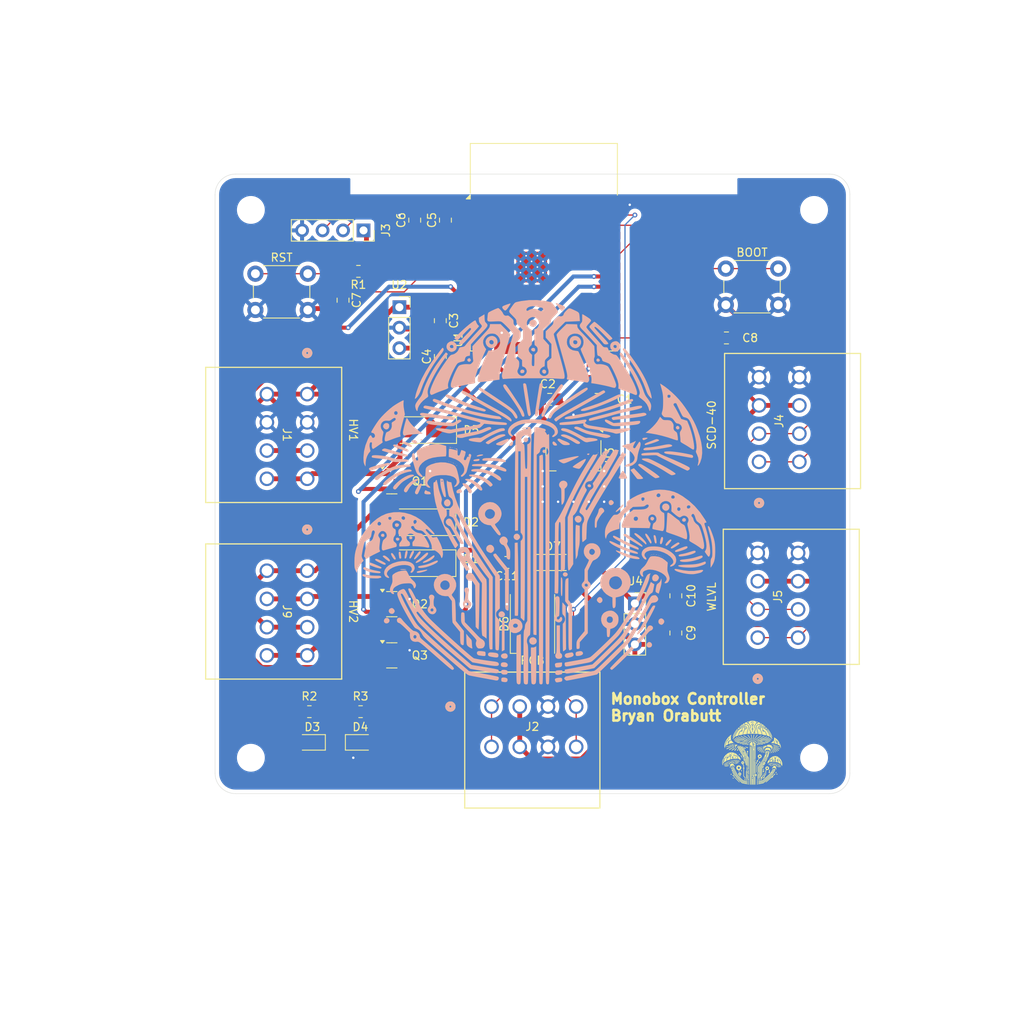
<source format=kicad_pcb>
(kicad_pcb (version 20240108) (generator "pcbnew") (generator_version "8.0")
  (layers (0 "F.Cu" signal) (31 "B.Cu" signal) (34 "B.Paste" user) (35 "F.Paste" user) (36 "B.SilkS" user "B.Silkscreen") (37 "F.SilkS" user "F.Silkscreen") (38 "B.Mask" user) (39 "F.Mask" user) (44 "Edge.Cuts" user))
  (net 0 "")
  (net 1 "+5V")
  (net 2 "GND")
  (net 3 "+3.3V")
  (net 4 "+24V")
  (net 5 "/RST")
  (net 6 "Net-(U1-IO0)")
  (net 7 "+5V_LED")
  (net 8 "/vdd_led")
  (net 9 "/HUMID_OUT")
  (net 10 "/PUMP_OUT")
  (net 11 "Net-(D3-A)")
  (net 12 "Net-(D4-A)")
  (net 13 "/FAN_OUT")
  (net 15 "Net-(D6-DOUT)")
  (net 16 "/RGB")
  (net 17 "/TX")
  (net 18 "/RX")
  (net 19 "/SDA")
  (net 20 "/SCL")
  (net 21 "/FAN")
  (net 22 "/HUMID")
  (net 23 "/PUMP")
  (net 24 "/LED")
  (footprint "Capacitor_SMD:C_0805_2012Metric_Pad1.18x1.45mm_HandSolder" (layer "F.Cu") (at 131.445 52.705 90)
    (property "Reference" "C5")
    (property "Value" "22 uF" (hide yes))
  )
  (footprint "RF_Module:ESP32-WROOM-32D" (layer "F.Cu") (at 143.65 59.05)
    (property "Reference" "U1")
    (property "Value" "ESP32-WROOM-32D")
  )
  (footprint "WAGO:CONN_2601-1104_WAG" (layer "F.Cu") (at 114.3 74.279999 -90)
    (property "Reference" "J1")
    (property "Value" "HV1")
  )
  (footprint "Capacitor_SMD:C_0805_2012Metric_Pad1.18x1.45mm_HandSolder" (layer "F.Cu") (at 144.3775 74.93)
    (property "Reference" "C2")
    (property "Value" "4.7 uF" (hide yes))
  )
  (footprint "Capacitor_SMD:C_0805_2012Metric_Pad1.18x1.45mm_HandSolder" (layer "F.Cu") (at 130.81 69.6175 90)
    (property "Reference" "C4")
    (property "Value" "22 uF" (hide yes))
  )
  (footprint "WAGO:CONN_2601-1104_WAG" (layer "F.Cu") (at 170.18 104.480002 90)
    (property "Reference" "J5")
    (property "Value" "WLVL")
  )
  (footprint "MountingHole:MountingHole_3.2mm_M3" (layer "F.Cu") (at 107.315 51.435)
    (property "Reference" "REF**" (hide yes))
    (property "Value" "MountingHole_3.2mm_M3")
  )
  (footprint "Resistor_SMD:R_0805_2012Metric_Pad1.20x1.40mm_HandSolder" (layer "F.Cu") (at 120.65 59.055 180)
    (property "Reference" "R1")
    (property "Value" "R_US" (hide yes))
  )
  (footprint "Resistor_SMD:R_0805_2012Metric_Pad1.20x1.40mm_HandSolder" (layer "F.Cu") (at 114.57 113.665)
    (property "Reference" "R2")
    (property "Value" "R_US" (hide yes))
  )
  (footprint "Connector_PinSocket_2.54mm:PinSocket_1x03_P2.54mm_Vertical" (layer "F.Cu") (at 154.94 100.24)
    (property "Reference" "U4")
    (property "Value" "VR20S05")
  )
  (footprint "Capacitor_SMD:C_0805_2012Metric_Pad1.18x1.45mm_HandSolder" (layer "F.Cu") (at 118.745 62.6325 -90)
    (property "Reference" "C7")
    (property "Value" "100 nF" (hide yes))
  )
  (footprint "Diode_SMD:D_SMA_Handsoldering" (layer "F.Cu") (at 128.23 95.25 180)
    (property "Reference" "D1")
    (property "Value" "D_Schottky" (hide yes))
  )
  (footprint "Diode_SMD:D_SOD-123" (layer "F.Cu") (at 144.78 95.16)
    (property "Reference" "D7")
    (property "Value" "D" (hide yes))
  )
  (footprint "LED_SMD:LED_0805_2012Metric_Pad1.15x1.40mm_HandSolder" (layer "F.Cu") (at 114.69 117.475 180)
    (property "Reference" "D3")
    (property "Value" "PWR")
  )
  (footprint "Capacitor_SMD:C_0805_2012Metric_Pad1.18x1.45mm_HandSolder" (layer "F.Cu") (at 127.635 52.705 90)
    (property "Reference" "C6")
    (property "Value" "100 nF" (hide yes))
  )
  (footprint "LED_SMD:LED_WS2812_PLCC6_5.0x5.0mm_P1.6mm" (layer "F.Cu") (at 142.24 102.78 90)
    (property "Reference" "D6")
    (property "Value" "WS2812")
  )
  (footprint "Package_TO_SOT_SMD:SOT-23" (layer "F.Cu") (at 124.7925 100.33)
    (property "Reference" "Q2")
    (property "Value" "NMOS")
  )
  (footprint "Capacitor_SMD:C_0805_2012Metric_Pad1.18x1.45mm_HandSolder" (layer "F.Cu") (at 166.295 67.31)
    (property "Reference" "C8")
    (property "Value" "100 nF" (hide yes))
  )
  (footprint "Capacitor_SMD:C_0805_2012Metric_Pad1.18x1.45mm_HandSolder" (layer "F.Cu") (at 130.81 65.1725 -90)
    (property "Reference" "C3")
    (property "Value" "22 uF" (hide yes))
  )
  (footprint "LED_SMD:LED_0805_2012Metric_Pad1.15x1.40mm_HandSolder" (layer "F.Cu") (at 120.895 117.475)
    (property "Reference" "D4")
    (property "Value" "HB")
  )
  (footprint "Capacitor_SMD:C_0805_2012Metric_Pad1.18x1.45mm_HandSolder" (layer "F.Cu") (at 150.2625 74.93 180)
    (property "Reference" "C1")
    (property "Value" "4.7 uF" (hide yes))
  )
  (footprint "WAGO:CONN_2601-1104_WAG" (layer "F.Cu") (at 114.3 96.179998 -90)
    (property "Reference" "J9")
    (property "Value" "HV2")
  )
  (footprint "Package_TO_SOT_SMD:SOT-23" (layer "F.Cu") (at 124.7925 106.68)
    (property "Reference" "Q3")
    (property "Value" "NMOS")
  )
  (footprint "MountingHole:MountingHole_3.2mm_M3" (layer "F.Cu") (at 107.315 119.38)
    (property "Reference" "REF**" (hide yes))
    (property "Value" "MountingHole_3.2mm_M3")
  )
  (footprint "pcb:logo_inverted_small" (layer "F.Cu") (at 169.545 118.745)
    (property "Reference" "G***" (hide yes))
    (property "Value" "LOGO" (hide yes))
  )
  (footprint "MountingHole:MountingHole_3.2mm_M3" (layer "F.Cu") (at 177.165 51.435)
    (property "Reference" "REF**" (hide yes))
    (property "Value" "MountingHole_3.2mm_M3")
  )
  (footprint "Capacitor_SMD:C_0805_2012Metric_Pad1.18x1.45mm_HandSolder" (layer "F.Cu") (at 160.02 103.9075 90)
    (property "Reference" "C9")
    (property "Value" "22 uF" (hide yes))
  )
  (footprint "Package_TO_SOT_SMD:SOT-23" (layer "F.Cu") (at 124.7925 85.09)
    (property "Reference" "Q1")
    (property "Value" "NMOS")
  )
  (footprint "WAGO:CONN_2601-1104_WAG" (layer "F.Cu") (at 137.16 113.03)
    (property "Reference" "J2")
    (property "Value" "RGB")
  )
  (footprint "Capacitor_SMD:C_0805_2012Metric_Pad1.18x1.45mm_HandSolder" (layer "F.Cu") (at 139.065 95.16 180)
    (property "Reference" "C11")
    (property "Value" "22 uF" (hide yes))
  )
  (footprint "Button_Switch_THT:SW_PUSH_6mm" (layer "F.Cu") (at 166.22 58.71)
    (property "Reference" "BOOT")
    (property "Value" "BOOT")
  )
  (footprint "Diode_SMD:D_SMA_Handsoldering" (layer "F.Cu") (at 128.31 78.74 180)
    (property "Reference" "D5")
    (property "Value" "D_Schottky" (hide yes))
  )
  (footprint "Connector_PinSocket_2.54mm:PinSocket_1x04_P2.54mm_Vertical" (layer "F.Cu") (at 121.285 53.975 -90)
    (property "Reference" "J3")
    (property "Value" "PROG")
  )
  (footprint "Package_TO_SOT_SMD:SOT-223-3_TabPin2" (layer "F.Cu") (at 147.32 81.89 -90)
    (property "Reference" "U3")
    (property "Value" "AP7361C-33E")
  )
  (footprint "Diode_SMD:D_SMA_Handsoldering" (layer "F.Cu") (at 128.23 90.17 180)
    (property "Reference" "D2")
    (property "Value" "D_Schottky" (hide yes))
  )
  (footprint "Button_Switch_THT:SW_PUSH_6mm" (layer "F.Cu") (at 107.875 59.345)
    (property "Reference" "RST")
    (property "Value" "RST")
  )
  (footprint "Resistor_SMD:R_0805_2012Metric_Pad1.20x1.40mm_HandSolder" (layer "F.Cu") (at 120.92 113.665 180)
    (property "Reference" "R3")
    (property "Value" "R_US" (hide yes))
  )
  (footprint "Capacitor_SMD:C_0805_2012Metric_Pad1.18x1.45mm_HandSolder" (layer "F.Cu") (at 160.02 99.2925 -90)
    (property "Reference" "C10")
    (property "Value" "22 uF" (hide yes))
  )
  (footprint "MountingHole:MountingHole_3.2mm_M3" (layer "F.Cu") (at 177.165 119.38)
    (property "Reference" "REF**" (hide yes))
    (property "Value" "MountingHole_3.2mm_M3")
  )
  (footprint "WAGO:CONN_2601-1104_WAG" (layer "F.Cu") (at 170.34 82.680002 90)
    (property "Reference" "J4")
    (property "Value" "SCD-40")
  )
  (footprint "Connector_PinSocket_2.54mm:PinSocket_1x03_P2.54mm_Vertical" (layer "F.Cu") (at 125.73 63.5)
    (property "Reference" "U2")
    (property "Value" "VR20S05")
  )
  (footprint "pcb:logo_inverted" (layer "B.Cu") (at 142.24 86.36 180)
    (property "Reference" "G***" (hide yes))
    (property "Value" "LOGO" (hide yes))
  )
  (gr_arc (start 181.610001 121.285) (mid 180.866052 123.081051) (end 179.070001 123.825) (stroke (width 0.05)) (layer "Edge.Cuts"))
  (gr_line (start 105.409999 123.825) (end 179.070001 123.825) (stroke (width 0.05)) (layer "Edge.Cuts"))
  (gr_line (start 181.610001 121.285) (end 181.610001 49.529999) (stroke (width 0.05)) (layer "Edge.Cuts"))
  (gr_line (start 179.070001 46.989999) (end 105.41 46.99) (stroke (width 0.05)) (layer "Edge.Cuts"))
  (gr_line (start 102.87 49.53) (end 102.869999 121.285) (stroke (width 0.05)) (layer "Edge.Cuts"))
  (gr_arc (start 105.409999 123.825) (mid 103.613948 123.081051) (end 102.869999 121.285) (stroke (width 0.05)) (layer "Edge.Cuts"))
  (gr_arc (start 102.87 49.53) (mid 103.613949 47.733949) (end 105.41 46.99) (stroke (width 0.05)) (layer "Edge.Cuts"))
  (gr_arc (start 179.070001 46.989999) (mid 180.866052 47.733948) (end 181.610001 49.529999) (stroke (width 0.05)) (layer "Edge.Cuts"))
  (gr_text "Monobox Controller\nBryan Orabutt" (at 151.765 114.935 0) (layer "F.SilkS") (effects (font (size 1.3 1.3) (thickness 0.325) (bold yes)) (justify left bottom)))
  (segment (start 148.715 80.645) (end 140.8 80.645) (width 0.6) (layer "F.Cu") (net 1))
  (segment (start 151.3 74.93) (end 151.3 77.06) (width 0.6) (layer "F.Cu") (net 1))
  (segment (start 149.62 79.74) (end 148.715 80.645) (width 0.6) (layer "F.Cu") (net 1))
  (segment (start 149.62 78.74) (end 149.62 79.74) (width 0.6) (layer "F.Cu") (net 1))
  (segment (start 128.735 68.58) (end 130.81 70.655) (width 0.6) (layer "F.Cu") (net 1))
  (segment (start 140.8 80.645) (end 130.81 70.655) (width 0.6) (layer "F.Cu") (net 1))
  (segment (start 125.73 68.58) (end 128.735 68.58) (width 0.6) (layer "F.Cu") (net 1))
  (segment (start 151.3 77.06) (end 149.62 78.74) (width 0.6) (layer "F.Cu") (net 1))
  (segment (start 130.81 66.21) (end 125.9 66.21) (width 0.6) (layer "F.Cu") (net 2))
  (segment (start 125.73 106.68) (end 126.365 106.68) (width 0.6) (layer "F.Cu") (net 2))
  (segment (start 127.635 51.6675) (end 131.445 51.6675) (width 0.6) (layer "F.Cu") (net 2))
  (segment (start 119.87 119.235) (end 120.015 119.38) (width 0.6) (layer "F.Cu") (net 2))
  (segment (start 160.02 102.87) (end 160.02 100.33) (width 0.6) (layer "F.Cu") (net 2))
  (segment (start 167.3325 64.3225) (end 166.22 63.21) (width 0.6) (layer "F.Cu") (net 2))
  (segment (start 137.94 67.165) (end 138.43 66.675) (width 0.6) (layer "F.Cu") (net 2))
  (segment (start 132.3125 50.8) (end 134.9 50.8) (width 0.6) (layer "F.Cu") (net 2))
  (segment (start 138.0275 95.16) (end 138.0275 99.2925) (width 0.6) (layer "F.Cu") (net 2))
  (segment (start 137.94 68.56) (end 137.94 67.165) (width 0.6) (layer "F.Cu") (net 2))
  (segment (start 131.445 51.6675) (end 132.3125 50.8) (width 0.6) (layer "F.Cu") (net 2))
  (segment (start 114.55 63.67) (end 114.375 63.845) (width 0.6) (layer "F.Cu") (net 2))
  (segment (start 138.0275 95.16) (end 137.885 95.16) (width 0.6) (layer "F.Cu") (net 2))
  (segment (start 125.9 66.21) (end 125.73 66.04) (width 0.6) (layer "F.Cu") (net 2))
  (segment (start 128.27 85.09) (end 129.54 83.82) (width 0.6) (layer "F.Cu") (net 2))
  (segment (start 126.365 106.68) (end 127 106.045) (width 0.6) (layer "F.Cu") (net 2))
  (segment (start 126.1325 51.6675) (end 125.73 52.07) (width 0.6) (layer "F.Cu") (net 2))
  (segment (start 119.87 117.475) (end 119.87 119.235) (width 0.6) (layer "F.Cu") (net 2))
  (segment (start 147.32 78.74) (end 147.32 76.835) (width 0.6) (layer "F.Cu") (net 2))
  (segment (start 130.83 68.56) (end 130.81 68.58) (width 0.6) (layer "F.Cu") (net 2))
  (segment (start 155.03 102.87) (end 154.94 102.78) (width 0.6) (layer "F.Cu") (net 2))
  (segment (start 125.73 100.33) (end 126.365 100.33) (width 0.6) (layer "F.Cu") (net 2))
  (segment (start 167.3325 67.31) (end 167.3325 64.3225) (width 0.6) (layer "F.Cu") (net 2))
  (segment (start 125.73 85.09) (end 128.27 85.09) (width 0.6) (layer "F.Cu") (net 2))
  (segment (start 149.225 74.93) (end 147.32 76.835) (width 0.6) (layer "F.Cu") (net 2))
  (segment (start 160.02 102.87) (end 155.03 102.87) (width 0.6) (layer "F.Cu") (net 2))
  (segment (start 119.87 117.475) (end 115.715 117.475) (width 0.6) (layer "F.Cu") (net 2))
  (segment (start 130.81 68.58) (end 130.81 66.21) (width 0.6) (layer "F.Cu") (net 2))
  (segment (start 118.745 63.67) (end 114.55 63.67) (width 0.6) (layer "F.Cu") (net 2))
  (segment (start 152.4 50.8) (end 154.305 50.8) (width 0.6) (layer "F.Cu") (net 2))
  (segment (start 127.635 51.6675) (end 126.1325 51.6675) (width 0.6) (layer "F.Cu") (net 2))
  (segment (start 138.0275 99.2925) (end 139.065 100.33) (width 0.6) (layer "F.Cu") (net 2))
  (segment (start 126.365 100.33) (end 127 99.695) (width 0.6) (layer "F.Cu") (net 2))
  (segment (start 140.64 100.33) (end 139.065 100.33) (width 0.6) (layer "F.Cu") (net 2))
  (segment (start 147.32 76.835) (end 145.415 74.93) (width 0.6) (layer "F.Cu") (net 2))
  (via (at 151.13 85.725) (size 0.6) (drill 0.3) (layers "F.Cu" "B.Cu") (net 2))
  (via (at 125.73 52.07) (size 0.6) (drill 0.3) (layers "F.Cu" "B.Cu") (net 2))
  (via (at 127 99.695) (size 0.6) (drill 0.3) (layers "F.Cu" "B.Cu") (net 2))
  (via (at 138.43 66.675) (size 0.6) (drill 0.3) (layers "F.Cu" "B.Cu") (net 2))
  (via (at 149.225 87.63) (size 0.6) (drill 0.3) (layers "F.Cu" "B.Cu") (net 2))
  (via (at 143.51 87.63) (size 0.6) (drill 0.3) (layers "F.Cu" "B.Cu") (net 2))
  (via (at 139.065 100.33) (size 0.6) (drill 0.3) (layers "F.Cu" "B.Cu") (net 2))
  (via (at 147.32 76.835) (size 0.6) (drill 0.3) (layers "F.Cu" "B.Cu") (net 2))
  (via (at 151.13 83.82) (size 0.6) (drill 0.3) (layers "F.Cu" "B.Cu") (net 2))
  (via (at 151.13 87.63) (size 0.6) (drill 0.3) (layers "F.Cu" "B.Cu") (net 2))
  (via (at 147.32 87.63) (size 0.6) (drill 0.3) (layers "F.Cu" "B.Cu") (net 2))
  (via (at 143.51 85.725) (size 0.6) (drill 0.3) (layers "F.Cu" "B.Cu") (net 2))
  (via (at 154.305 50.8) (size 0.6) (drill 0.3) (layers "F.Cu" "B.Cu") (net 2))
  (via (at 120.015 119.38) (size 0.6) (drill 0.3) (layers "F.Cu" "B.Cu") (net 2))
  (via (at 127 106.045) (size 0.6) (drill 0.3) (layers "F.Cu" "B.Cu") (net 2))
  (via (at 129.54 83.82) (size 0.6) (drill 0.3) (layers "F.Cu" "B.Cu") (net 2))
  (via (at 143.51 83.82) (size 0.6) (drill 0.3) (layers "F.Cu" "B.Cu") (net 2))
  (via (at 145.415 87.63) (size 0.6) (drill 0.3) (layers "F.Cu" "B.Cu") (net 2))
  (segment (start 121.65 59.055) (end 122.3225 59.055) (width 0.6) (layer "F.Cu") (net 3))
  (segment (start 143.34 73.897918) (end 145.062918 72.175) (width 0.5) (layer "F.Cu") (net 3))
  (segment (start 131.603642 53.7425) (end 131.445 53.7425) (width 0.5) (layer "F.Cu") (net 3))
  (segment (start 111.125 116.91901) (end 114.63769 120.4317) (width 0.6) (layer "F.Cu") (net 3))
  (segment (start 143.34 74.93) (end 143.34 77.06) (width 0.6) (layer "F.Cu") (net 3))
  (segment (start 111.76 111.76) (end 111.125 112.395) (width 0.6) (layer "F.Cu") (net 3))
  (segment (start 143.34 74.93) (end 143.34 73.897918) (width 0.5) (layer "F.Cu") (net 3))
  (segment (start 114.365 111.76) (end 111.76 111.76) (width 0.6) (layer "F.Cu") (net 3))
  (segment (start 121.65 59.055) (end 121.65 54.34) (width 0.6) (layer "F.Cu") (net 3))
  (segment (start 142.07 74.93) (end 143.34 74.93) (width 0.5) (layer "F.Cu") (net 3))
  (segment (start 122.3225 59.055) (end 127.635 53.7425) (width 0.6) (layer "F.Cu") (net 3))
  (segment (start 175.18 97.480001) (end 176.855001 97.480001) (width 0.6) (layer "F.Cu") (net 3))
  (segment (start 135.89 52.07) (end 136.94 53.12) (width 0.5) (layer "F.Cu") (net 3))
  (segment (start 114.63769 120.4317) (end 161.5083 120.4317) (width 0.6) (layer "F.Cu") (net 3))
  (segment (start 111.125 112.395) (end 111.125 116.91901) (width 0.6) (layer "F.Cu") (net 3))
  (segment (start 121.65 54.34) (end 121.285 53.975) (width 0.6) (layer "F.Cu") (net 3))
  (segment (start 115.57 113.665) (end 115.57 112.965) (width 0.6) (layer "F.Cu") (net 3))
  (segment (start 178.086855 98.711855) (end 178.086855 100.616855) (width 0.6) (layer "F.Cu") (net 3))
  (segment (start 143.34 77.06) (end 145.02 78.74) (width 0.6) (layer "F.Cu") (net 3))
  (segment (start 127.635 53.7425) (end 131.445 53.7425) (width 0.6) (layer "F.Cu") (net 3))
  (segment (start 136.94 69.8) (end 142.07 74.93) (width 0.5) (layer "F.Cu") (net 3))
  (segment (start 170.18 97.480001) (end 175.18 97.480001) (width 0.6) (layer "F.Cu") (net 3))
  (segment (start 165.735 80.285001) (end 170.34 75.680001) (width 0.6) (layer "F.Cu") (net 3))
  (segment (start 145.062918 72.175) (end 166.834999 72.175) (width 0.5) (layer "F.Cu") (net 3))
  (segment (start 161.5083 120.4317) (end 165.735 116.205) (width 0.6) (layer "F.Cu") (net 3))
  (segment (start 165.735 102.235) (end 165.735 80.285001) (width 0.6) (layer "F.Cu") (net 3))
  (segment (start 178.086855 100.616855) (end 175.83371 102.87) (width 0.6) (layer "F.Cu") (net 3))
  (segment (start 166.834999 72.175) (end 170.34 75.680001) (width 0.5) (layer "F.Cu") (net 3))
  (segment (start 134.9 52.07) (end 135.89 52.07) (width 0.5) (layer "F.Cu") (net 3))
  (segment (start 133.1175 52.07) (end 134.9 52.07) (width 0.5) (layer "F.Cu") (net 3))
  (segment (start 175.83371 102.87) (end 166.37 102.87) (width 0.6) (layer "F.Cu") (net 3))
  (segment (start 176.855001 97.480001) (end 178.086855 98.711855) (width 0.6) (layer "F.Cu") (net 3))
  (segment (start 136.94 53.12) (end 136.94 69.8) (width 0.5) (layer "F.Cu") (net 3))
  (segment (start 115.57 112.965) (end 114.365 111.76) (width 0.6) (layer "F.Cu") (net 3))
  (segment (start 165.735 116.205) (end 165.735 102.235) (width 0.6) (layer "F.Cu") (net 3))
  (segment (start 166.37 102.87) (end 165.735 102.235) (width 0.6) (layer "F.Cu") (net 3))
  (segment (start 131.445 53.7425) (end 133.1175 52.07) (width 0.5) (layer "F.Cu") (net 3))
  (segment (start 170.34 75.680001) (end 175.34 75.680001) (width 0.6) (layer "F.Cu") (net 3))
  (segment (start 122.785 88.67) (end 115.275002 96.179998) (width 0.6) (layer "F.Cu") (net 4))
  (segment (start 154.94 100.24) (end 156.925 98.255) (width 0.6) (layer "F.Cu") (net 4))
  (segment (start 129.23 88.67) (end 122.785 88.67) (width 0.6) (layer "F.Cu") (net 4))
  (segment (start 125.73 63.5) (end 130.175 63.5) (width 0.6) (layer "F.Cu") (net 4))
  (segment (start 130.175 63.5) (end 130.81 64.135) (width 0.6) (layer "F.Cu") (net 4))
  (segment (start 104.745 78.834999) (end 109.3 74.279999) (width 0.6) (layer "F.Cu") (net 4))
  (segment (start 114.3 103.179999) (end 109.3 103.179999) (width 0.6) (layer "F.Cu") (net 4))
  (segment (start 104.745 95.028398) (end 104.745 78.834999) (width 0.6) (layer "F.Cu") (net 4))
  (segment (start 126.349999 74.279999) (end 114.3 74.279999) (width 0.6) (layer "F.Cu") (net 4))
  (segment (start 132.345 93.635) (end 148.335 93.635) (width 0.6) (layer "F.Cu") (net 4))
  (segment (start 130.73 90.17) (end 130.73 92.71) (width 0.6) (layer "F.Cu") (net 4))
  (segment (start 156.925 98.255) (end 160.02 98.255) (width 0.6) (layer "F.Cu") (net 4))
  (segment (start 107.5983 97.881698) (end 109.3 96.179998) (width 0.6) (layer "F.Cu") (net 4))
  (segment (start 130.73 92.71) (end 130.73 95.25) (width 0.6) (layer "F.Cu") (net 4))
  (segment (start 111.76 81.28) (end 109.3 81.28) (width 0.6) (layer "F.Cu") (net 4))
  (segment (start 130.73 78.82) (end 130.81 78.74) (width 0.6) (layer "F.Cu") (net 4))
  (segment (start 130.81 78.74) (end 126.349999 74.279999) (width 0.6) (layer "F.Cu") (net 4))
  (segment (start 107.5983 97.881698) (end 104.745 95.028398) (width 0.6) (layer "F.Cu") (net 4))
  (segment (start 109.3 74.279999) (end 111.76 76.739999) (width 0.6) (layer "F.Cu") (net 4))
  (segment (start 109.3 96.179998) (end 114.3 96.179998) (width 0.6) (layer "F.Cu") (net 4))
  (segment (start 125.079999 63.5) (end 125.73 63.5) (width 0.6) (layer "F.Cu") (net 4))
  (segment (start 109.3 74.279999) (end 114.3 74.279999) (width 0.6) (layer "F.Cu") (net 4))
  (segment (start 109.3 103.179999) (end 107.5983 101.478299) (width 0.6) (layer "F.Cu") (net 4))
  (segment (start 114.3 81.28) (end 111.76 81.28) (width 0.6) (layer "F.Cu") (net 4))
  (segment (start 130.73 90.17) (end 129.23 88.67) (width 0.6) (layer "F.Cu") (net 4))
  (segment (start 115.275002 96.179998) (end 114.3 96.179998) (width 0.6) (layer "F.Cu") (net 4))
  (segment (start 111.76 76.739999) (end 111.76 81.28) (width 0.6) (layer "F.Cu") (net 4))
  (segment (start 107.5983 101.478299) (end 107.5983 97.881698) (width 0.6) (layer "F.Cu") (net 4))
  (segment (start 130.73 95.25) (end 132.345 93.635) (width 0.6) (layer "F.Cu") (net 4))
  (segment (start 148.335 93.635) (end 154.94 100.24) (width 0.6) (layer "F.Cu") (net 4))
  (segment (start 114.3 74.279999) (end 125.079999 63.5) (width 0.6) (layer "F.Cu") (net 4))
  (segment (start 134.6 53.34) (end 126.345 61.595) (width 0.1524) (layer "F.Cu") (net 5))
  (segment (start 114.375 59.345) (end 119.36 59.345) (width 0.1524) (layer "F.Cu") (net 5))
  (segment (start 119.36 59.345) (end 119.65 59.055) (width 0.1524) (layer "F.Cu") (net 5))
  (segment (start 107.875 59.345) (end 114.375 59.345) (width 0.1524) (layer "F.Cu") (net 5))
  (segment (start 134.9 53.34) (end 134.6 53.34) (width 0.1524) (layer "F.Cu") (net 5))
  (segment (start 126.345 61.595) (end 118.745 61.595) (width 0.1524) (layer "F.Cu") (net 5))
  (segment (start 118.745 59.96) (end 119.65 59.055) (width 0.1524) (layer "F.Cu") (net 5))
  (segment (start 118.745 61.595) (end 118.745 59.96) (width 0.1524) (layer "F.Cu") (net 5))
  (segment (start 165.2575 67.31) (end 165.025 67.31) (width 0.1524) (layer "F.Cu") (net 6))
  (segment (start 152.4 67.31) (end 159.945 67.31) (width 0.1524) (layer "F.Cu") (net 6))
  (segment (start 159.945 67.31) (end 162.485 64.77) (width 0.1524) (layer "F.Cu") (net 6))
  (segment (start 162.485 59.69) (end 162.485 64.77) (width 0.1524) (layer "F.Cu") (net 6))
  (segment (start 172.72 58.71) (end 166.22 58.71) (width 0.1524) (layer "F.Cu") (net 6))
  (segment (start 163.465 58.71) (end 162.485 59.69) (width 0.1524) (layer "F.Cu") (net 6))
  (segment (start 166.22 58.71) (end 163.465 58.71) (width 0.1524) (layer "F.Cu") (net 6))
  (segment (start 165.025 67.31) (end 162.485 64.77) (width 0.1524) (layer "F.Cu") (net 6))
  (segment (start 148.282027 119.5317) (end 142.161701 119.5317) (width 0.6) (layer "F.Cu") (net 7))
  (segment (start 154.94 105.32) (end 154.94 112.873727) (width 0.6) (layer "F.Cu") (net 7))
  (segment (start 140.660001 118.03) (end 140.660001 113.03) (width 0.6) (layer "F.Cu") (net 7))
  (segment (start 154.94 112.873727) (end 148.282027 119.5317) (width 0.6) (layer "F.Cu") (net 7))
  (segment (start 154.94 105.32) (end 159.645 105.32) (width 0.6) (layer "F.Cu") (net 7))
  (segment (start 146.43 96.81) (end 154.94 105.32) (width 0.6) (layer "F.Cu") (net 7))
  (segment (start 159.645 105.32) (end 160.02 104.945) (width 0.6) (layer "F.Cu") (net 7))
  (segment (start 146.43 95.16) (end 146.43 96.81) (width 0.6) (layer "F.Cu") (net 7))
  (segment (start 142.161701 119.5317) (end 140.660001 118.03) (width 0.6) (layer "F.Cu") (net 7))
  (segment (start 142.24 96.05) (end 142.24 100.33) (width 0.6) (layer "F.Cu") (net 8))
  (segment (start 143.13 95.16) (end 142.24 96.05) (width 0.6) (layer "F.Cu") (net 8))
  (segment (start 143.13 95.16) (end 140.1025 95.16) (width 0.6) (layer "F.Cu") (net 8))
  (segment (start 143.84 104.38) (end 143.84 105.23) (width 0.6) (layer "F.Cu") (net 8))
  (segment (start 142.24 100.33) (end 142.24 102.78) (width 0.6) (layer "F.Cu") (net 8))
  (segment (start 142.24 102.78) (end 143.84 104.38) (width 0.6) (layer "F.Cu") (net 8))
  (segment (start 125.73 97.505) (end 123.855 99.38) (width 0.6) (layer "F.Cu") (net 9))
  (segment (start 123.855 99.38) (end 114.599999 99.38) (width 0.6) (layer "F.Cu") (net 9))
  (segment (start 114.599999 99.38) (end 114.3 99.679999) (width 1) (layer "F.Cu") (net 9))
  (segment (start 114.3 99.679999) (end 109.3 99.679999) (width 0.6) (layer "F.Cu") (net 9))
  (segment (start 125.73 95.25) (end 125.73 97.505) (width 0.6) (layer "F.Cu") (net 9))
  (segment (start 123.855 105.73) (end 115.25 105.73) (width 0.6) (layer "F.Cu") (net 10))
  (segment (start 124.14 105.73) (end 128.08 101.79) (width 0.6) (layer "F.Cu") (net 10))
  (segment (start 123.855 105.73) (end 124.14 105.73) (width 0.6) (layer "F.Cu") (net 10))
  (segment (start 128.08 101.79) (end 128.08 92.52) (width 0.6) (layer "F.Cu") (net 10))
  (segment (start 128.08 92.52) (end 125.73 90.17) (width 0.6) (layer "F.Cu") (net 10))
  (segment (start 115.25 105.73) (end 114.3 106.68) (width 0.6) (layer "F.Cu") (net 10))
  (segment (start 114.3 106.68) (end 109.3 106.68) (width 0.6) (layer "F.Cu") (net 10))
  (segment (start 113.665 117.475) (end 113.665 113.76) (width 0.1524) (layer "F.Cu") (net 11))
  (segment (start 113.665 113.76) (end 113.57 113.665) (width 0.1524) (layer "F.Cu") (net 11))
  (segment (start 121.92 117.475) (end 121.92 113.665) (width 0.1524) (layer "F.Cu") (net 12))
  (segment (start 114.940001 84.14) (end 114.3 84.780001) (width 0.6) (layer "F.Cu") (net 13))
  (segment (start 123.855 84.14) (end 114.940001 84.14) (width 0.6) (layer "F.Cu") (net 13))
  (segment (start 125.81 78.74) (end 125.81 82.185) (width 0.6) (layer "F.Cu") (net 13))
  (segment (start 114.3 84.780001) (end 109.3 84.780001) (width 0.6) (layer "F.Cu") (net 13))
  (segment (start 125.81 82.185) (end 123.855 84.14) (width 0.6) (layer "F.Cu") (net 13))
  (segment (start 147.660002 113.03) (end 144.180002 109.55) (width 0.1524) (layer "F.Cu") (net 15))
  (segment (start 147.660002 118.03) (end 147.660002 113.03) (width 0.1524) (layer "F.Cu") (net 15))
  (segment (start 137.16 113.03) (end 137.16 118.03) (width 0.1524) (layer "F.Cu") (net 15))
  (segment (start 140.64 109.55) (end 137.16 113.03) (width 0.1524) (layer "F.Cu") (net 15))
  (segment (start 144.180002 109.55) (end 140.64 109.55) (width 0.1524) (layer "F.Cu") (net 15))
  (segment (start 140.64 105.23) (end 140.64 109.55) (width 0.1524) (layer "F.Cu") (net 15))
  (segment (start 144.7162 106.3562) (end 143.1162 106.3562) (width 0.1524) (layer "F.Cu") (net 16))
  (segment (start 152.4 52.07) (end 154.94 52.07) (width 0.1524) (layer "F.Cu") (net 16))
  (segment (start 143.1162 106.3562) (end 142.24 105.48) (width 0.1524) (layer "F.Cu") (net 16))
  (segment (start 147.32 100.965) (end 147.32 103.7524) (width 0.1524) (layer "F.Cu") (net 16))
  (segment (start 147.32 103.7524) (end 144.7162 106.3562) (width 0.1524) (layer "F.Cu") (net 16))
  (segment (start 142.24 105.48) (end 142.24 105.23) (width 0.1524) (layer "F.Cu") (net 16))
  (via (at 154.94 52.07) (size 0.6) (drill 0.3) (layers "F.Cu" "B.Cu") (net 16))
  (via (at 147.32 100.965) (size 0.6) (drill 0.3) (layers "F.Cu" "B.Cu") (net 16))
  (segment (start 153.7138 53.2962) (end 153.7138 94.5712) (width 0.1524) (layer "B.Cu") (net 16))
  (segment (start 154.94 52.07) (end 153.7138 53.2962) (width 0.1524) (layer "B.Cu") (net 16))
  (segment (start 153.7138 94.5712) (end 147.32 100.965) (width 0.1524) (layer "B.Cu") (net 16))
  (segment (start 152.4 54.61) (end 152.0128 54.61) (width 0.1524) (layer "F.Cu") (net 17))
  (segment (start 120.511 49.669) (end 116.205 53.975) (width 0.1524) (layer "F.Cu") (net 17))
  (segment (start 147.0718 49.669) (end 120.511 49.669) (width 0.1524) (layer "F.Cu") (net 17))
  (segment (start 152.0128 54.61) (end 147.0718 49.669) (width 0.1524) (layer "F.Cu") (net 17))
  (segment (start 122.7462 49.9738) (end 146.1938 49.9738) (width 0.1524) (layer "F.Cu") (net 18))
  (segment (start 149.225 53.005) (end 152.1 55.88) (width 0.1524) (layer "F.Cu") (net 18))
  (segment (start 146.1938 49.9738) (end 149.225 53.005) (width 0.1524) (layer "F.Cu") (net 18))
  (segment (start 152.1 55.88) (end 152.4 55.88) (width 0.1524) (layer "F.Cu") (net 18))
  (segment (start 118.745 53.975) (end 122.7462 49.9738) (width 0.1524) (layer "F.Cu") (net 18))
  (segment (start 167.64 81.880001) (end 170.34 79.180001) (width 0.1524) (layer "F.Cu") (net 19))
  (segment (start 173.228748 53.6448) (end 180.0352 60.451252) (width 0.1524) (layer "F.Cu") (net 19))
  (segment (start 152.7872 57.15) (end 156.2924 53.6448) (width 0.1524) (layer "F.Cu") (net 19))
  (segment (start 167.64 98.425) (end 167.64 81.880001) (width 0.1524) (layer "F.Cu") (net 19))
  (segment (start 168.9021 99.702101) (end 168.9021 99.6871) (width 0.1524) (layer "F.Cu") (net 19))
  (segment (start 156.2924 53.6448) (end 173.228748 53.6448) (width 0.1524) (layer "F.Cu") (net 19))
  (segment (start 175.34 79.180001) (end 170.34 79.180001) (width 0.1524) (layer "F.Cu") (net 19))
  (segment (start 170.18 100.980001) (end 168.9021 99.702101) (width 0.1524) (layer "F.Cu") (net 19))
  (segment (start 168.9021 99.6871) (end 167.64 98.425) (width 0.1524) (layer "F.Cu") (net 19))
  (segment (start 175.18 100.980001) (end 170.18 100.980001) (width 0.1524) (layer "F.Cu") (net 19))
  (segment (start 180.0352 74.484801) (end 175.34 79.180001) (width 0.1524) (layer "F.Cu") (net 19))
  (segment (start 152.4 57.15) (end 152.7872 57.15) (width 0.1524) (layer "F.Cu") (net 19))
  (segment (start 180.0352 60.451252) (end 180.0352 74.484801) (width 0.1524) (layer "F.Cu") (net 19))
  (segment (start 175.34 82.680002) (end 180.34 77.680002) (width 0.1524) (layer "F.Cu") (net 20))
  (segment (start 180.34 60.325) (end 180.34 75.565) (width 0.1524) (layer "F.Cu") (net 20))
  (segment (start 152.4 53.34) (end 173.355 53.34) (width 0.1524) (layer "F.Cu") (net 20))
  (segment (start 180.34 77.680002) (end 180.34 75.565) (width 0.1524) (layer "F.Cu") (net 20))
  (segment (start 175.18 104.480002) (end 170.18 104.480002) (width 0.1524) (layer "F.Cu") (net 20))
  (segment (start 180.34 75.565) (end 180.34 74.93) (width 0.1524) (layer "F.Cu") (net 20))
  (segment (start 180.34 99.320002) (end 175.18 104.480002) (width 0.1524) (layer "F.Cu") (net 20))
  (segment (start 180.34 74.93) (end 180.34 99.320002) (width 0.1524) (layer "F.Cu") (net 20))
  (segment (start 173.355 53.34) (end 180.34 60.325) (width 0.1524) (layer "F.Cu") (net 20))
  (segment (start 175.34 82.680002) (end 170.34 82.680002) (width 0.1524) (layer "F.Cu") (net 20))
  (segment (start 149.86 59.69) (end 152.4 59.69) (width 0.5) (layer "F.Cu") (net 21))
  (segment (start 123.855 86.04) (end 120.97 86.04) (width 0.5) (layer "F.Cu") (net 21))
  (segment (start 120.97 86.04) (end 120.65 86.36) (width 0.5) (layer "F.Cu") (net 21))
  (via (at 120.65 86.36) (size 0.6) (drill 0.3) (layers "F.Cu" "B.Cu") (net 21))
  (via (at 149.86 59.69) (size 0.6) (drill 0.3) (layers "F.Cu" "B.Cu") (net 21))
  (segment (start 120.65 86.36) (end 147.32 59.69) (width 0.5) (layer "B.Cu") (net 21))
  (segment (start 147.32 59.69) (end 149.86 59.69) (width 0.5) (layer "B.Cu") (net 21))
  (segment (start 149.86 60.96) (end 152.4 60.96) (width 0.5) (layer "F.Cu") (net 22))
  (segment (start 121.6 101.28) (end 121.285 100.965) (width 0.5) (layer "F.Cu") (net 22))
  (segment (start 123.855 101.28) (end 121.6 101.28) (width 0.5) (layer "F.Cu") (net 22))
  (via (at 121.285 100.965) (size 0.6) (drill 0.3) (layers "F.Cu" "B.Cu") (net 22))
  (via (at 149.86 60.96) (size 0.6) (drill 0.3) (layers "F.Cu" "B.Cu") (net 22))
  (segment (start 121.285 100.965) (end 121.285 87.6474) (width 0.5) (layer "B.Cu") (net 22))
  (segment (start 121.285 87.6474) (end 147.9724 60.96) (width 0.5) (layer "B.Cu") (net 22))
  (segment (start 147.9724 60.96) (end 149.86 60.96) (width 0.5) (layer "B.Cu") (net 22))
  (segment (start 133.35 62.23) (end 134.9 62.23) (width 0.5) (layer "F.Cu") (net 23))
  (segment (start 123.855 107.63) (end 123.3533 108.1317) (width 0.5) (layer "F.Cu") (net 23))
  (segment (start 115.486985 66.04) (end 119.38 66.04) (width 0.5) (layer "F.Cu") (net 23))
  (segment (start 103.894999 77.631986) (end 115.486985 66.04) (width 0.5) (layer "F.Cu") (net 23))
  (segment (start 123.3533 108.1317) (end 108.698686 108.1317) (width 0.5) (layer "F.Cu") (net 23))
  (segment (start 103.894999 103.328013) (end 103.894999 77.631986) (width 0.5) (layer "F.Cu") (net 23))
  (segment (start 132.08 60.96) (end 133.35 62.23) (width 0.5) (layer "F.Cu") (net 23))
  (segment (start 108.698686 108.1317) (end 103.894999 103.328013) (width 0.5) (layer "F.Cu") (net 23))
  (via (at 119.38 66.04) (size 0.6) (drill 0.3) (layers "F.Cu" "B.Cu") (net 23))
  (via (at 132.08 60.96) (size 0.6) (drill 0.3) (layers "F.Cu" "B.Cu") (net 23))
  (segment (start 124.46 60.96) (end 132.08 60.96) (width 0.5) (layer "B.Cu") (net 23))
  (segment (start 119.38 66.04) (end 124.46 60.96) (width 0.5) (layer "B.Cu") (net 23))
  (segment (start 149.225 71.12) (end 149.225 68.705) (width 0.5) (layer "F.Cu") (net 24))
  (segment (start 149.225 68.705) (end 149.37 68.56) (width 0.5) (layer "F.Cu") (net 24))
  (segment (start 121.0224 112.5626) (end 122.319482 112.5626) (width 0.5) (layer "F.Cu") (net 24))
  (segment (start 133.985 100.897082) (end 133.985 100.33) (width 0.5) (layer "F.Cu") (net 24))
  (segment (start 122.319482 112.5626) (end 133.985 100.897082) (width 0.5) (layer "F.Cu") (net 24))
  (segment (start 119.92 113.665) (end 121.0224 112.5626) (width 0.5) (layer "F.Cu") (net 24))
  (via (at 133.985 100.33) (size 0.6) (drill 0.3) (layers "F.Cu" "B.Cu") (net 24))
  (via (at 149.225 71.12) (size 0.6) (drill 0.3) (layers "F.Cu" "B.Cu") (net 24))
  (segment (start 133.985 86.36) (end 149.225 71.12) (width 0.5) (layer "B.Cu") (net 24))
  (segment (start 133.985 100.33) (end 133.985 86.36) (width 0.5) (layer "B.Cu") (net 24))
  (zone (net 2) (net_name "GND") (layer "F.Cu") (priority 1) (connect_pads (clearance 0.5)) (min_thickness 0.25) (fill yes (thermal_gap 0.5) (thermal_bridge_width 0.5))
    (polygon (pts (xy 142.24 82.55) (xy 152.4 82.55) (xy 152.4 88.9) (xy 142.24 88.9)))
  )
  (zone (net 2) (net_name "GND") (layer "B.Cu") (connect_pads (clearance 0.5)) (min_thickness 0.25) (fill yes (thermal_gap 0.5) (thermal_bridge_width 0.5))
    (polygon (pts (xy 76.2 25.4) (xy 203.2 25.4) (xy 203.2 152.4) (xy 76.2 152.4)))
  )
)
</source>
